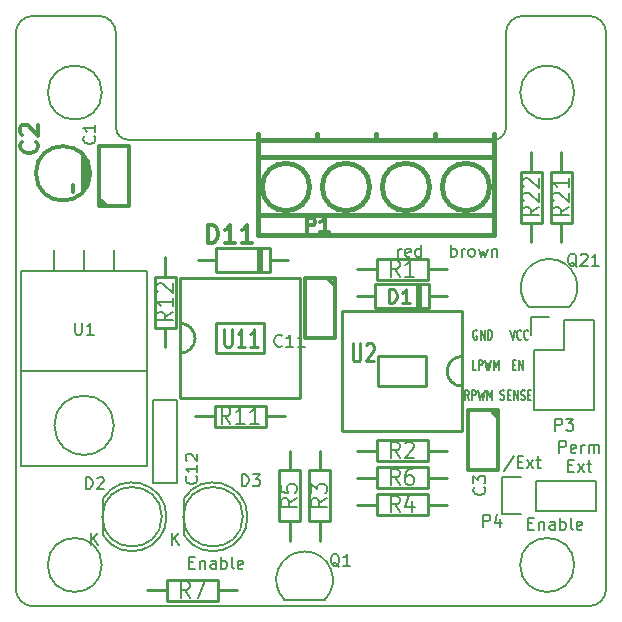
<source format=gto>
G04 #@! TF.FileFunction,Legend,Top*
%FSLAX46Y46*%
G04 Gerber Fmt 4.6, Leading zero omitted, Abs format (unit mm)*
G04 Created by KiCad (PCBNEW 4.0.2+dfsg1-stable) date Di 24 Jul 2018 15:00:46 CEST*
%MOMM*%
G01*
G04 APERTURE LIST*
%ADD10C,0.100000*%
%ADD11C,0.150000*%
%ADD12C,0.200000*%
%ADD13C,0.254000*%
%ADD14C,0.381000*%
%ADD15C,0.304800*%
%ADD16C,0.300000*%
%ADD17C,0.285750*%
%ADD18C,0.287020*%
%ADD19C,0.203200*%
%ADD20C,0.250000*%
G04 APERTURE END LIST*
D10*
D11*
X159518572Y-120504000D02*
X159461429Y-120465905D01*
X159375715Y-120465905D01*
X159290000Y-120504000D01*
X159232858Y-120580190D01*
X159204286Y-120656381D01*
X159175715Y-120808762D01*
X159175715Y-120923048D01*
X159204286Y-121075429D01*
X159232858Y-121151619D01*
X159290000Y-121227810D01*
X159375715Y-121265905D01*
X159432858Y-121265905D01*
X159518572Y-121227810D01*
X159547143Y-121189714D01*
X159547143Y-120923048D01*
X159432858Y-120923048D01*
X159804286Y-121265905D02*
X159804286Y-120465905D01*
X160147143Y-121265905D01*
X160147143Y-120465905D01*
X160432857Y-121265905D02*
X160432857Y-120465905D01*
X160575714Y-120465905D01*
X160661429Y-120504000D01*
X160718571Y-120580190D01*
X160747143Y-120656381D01*
X160775714Y-120808762D01*
X160775714Y-120923048D01*
X160747143Y-121075429D01*
X160718571Y-121151619D01*
X160661429Y-121227810D01*
X160575714Y-121265905D01*
X160432857Y-121265905D01*
X162318572Y-120465905D02*
X162518572Y-121265905D01*
X162718572Y-120465905D01*
X163261429Y-121189714D02*
X163232858Y-121227810D01*
X163147144Y-121265905D01*
X163090001Y-121265905D01*
X163004286Y-121227810D01*
X162947144Y-121151619D01*
X162918572Y-121075429D01*
X162890001Y-120923048D01*
X162890001Y-120808762D01*
X162918572Y-120656381D01*
X162947144Y-120580190D01*
X163004286Y-120504000D01*
X163090001Y-120465905D01*
X163147144Y-120465905D01*
X163232858Y-120504000D01*
X163261429Y-120542095D01*
X163861429Y-121189714D02*
X163832858Y-121227810D01*
X163747144Y-121265905D01*
X163690001Y-121265905D01*
X163604286Y-121227810D01*
X163547144Y-121151619D01*
X163518572Y-121075429D01*
X163490001Y-120923048D01*
X163490001Y-120808762D01*
X163518572Y-120656381D01*
X163547144Y-120580190D01*
X163604286Y-120504000D01*
X163690001Y-120465905D01*
X163747144Y-120465905D01*
X163832858Y-120504000D01*
X163861429Y-120542095D01*
X159447143Y-123805905D02*
X159161429Y-123805905D01*
X159161429Y-123005905D01*
X159647143Y-123805905D02*
X159647143Y-123005905D01*
X159875715Y-123005905D01*
X159932857Y-123044000D01*
X159961429Y-123082095D01*
X159990000Y-123158286D01*
X159990000Y-123272571D01*
X159961429Y-123348762D01*
X159932857Y-123386857D01*
X159875715Y-123424952D01*
X159647143Y-123424952D01*
X160190000Y-123005905D02*
X160332857Y-123805905D01*
X160447143Y-123234476D01*
X160561429Y-123805905D01*
X160704286Y-123005905D01*
X160932857Y-123805905D02*
X160932857Y-123005905D01*
X161132857Y-123577333D01*
X161332857Y-123005905D01*
X161332857Y-123805905D01*
X162532857Y-123386857D02*
X162732857Y-123386857D01*
X162818571Y-123805905D02*
X162532857Y-123805905D01*
X162532857Y-123005905D01*
X162818571Y-123005905D01*
X163075714Y-123805905D02*
X163075714Y-123005905D01*
X163418571Y-123805905D01*
X163418571Y-123005905D01*
X158832857Y-126345905D02*
X158632857Y-125964952D01*
X158490000Y-126345905D02*
X158490000Y-125545905D01*
X158718572Y-125545905D01*
X158775714Y-125584000D01*
X158804286Y-125622095D01*
X158832857Y-125698286D01*
X158832857Y-125812571D01*
X158804286Y-125888762D01*
X158775714Y-125926857D01*
X158718572Y-125964952D01*
X158490000Y-125964952D01*
X159090000Y-126345905D02*
X159090000Y-125545905D01*
X159318572Y-125545905D01*
X159375714Y-125584000D01*
X159404286Y-125622095D01*
X159432857Y-125698286D01*
X159432857Y-125812571D01*
X159404286Y-125888762D01*
X159375714Y-125926857D01*
X159318572Y-125964952D01*
X159090000Y-125964952D01*
X159632857Y-125545905D02*
X159775714Y-126345905D01*
X159890000Y-125774476D01*
X160004286Y-126345905D01*
X160147143Y-125545905D01*
X160375714Y-126345905D02*
X160375714Y-125545905D01*
X160575714Y-126117333D01*
X160775714Y-125545905D01*
X160775714Y-126345905D01*
X161490000Y-126307810D02*
X161575714Y-126345905D01*
X161718571Y-126345905D01*
X161775714Y-126307810D01*
X161804285Y-126269714D01*
X161832857Y-126193524D01*
X161832857Y-126117333D01*
X161804285Y-126041143D01*
X161775714Y-126003048D01*
X161718571Y-125964952D01*
X161604285Y-125926857D01*
X161547143Y-125888762D01*
X161518571Y-125850667D01*
X161490000Y-125774476D01*
X161490000Y-125698286D01*
X161518571Y-125622095D01*
X161547143Y-125584000D01*
X161604285Y-125545905D01*
X161747143Y-125545905D01*
X161832857Y-125584000D01*
X162090000Y-125926857D02*
X162290000Y-125926857D01*
X162375714Y-126345905D02*
X162090000Y-126345905D01*
X162090000Y-125545905D01*
X162375714Y-125545905D01*
X162632857Y-126345905D02*
X162632857Y-125545905D01*
X162975714Y-126345905D01*
X162975714Y-125545905D01*
X163232857Y-126307810D02*
X163318571Y-126345905D01*
X163461428Y-126345905D01*
X163518571Y-126307810D01*
X163547142Y-126269714D01*
X163575714Y-126193524D01*
X163575714Y-126117333D01*
X163547142Y-126041143D01*
X163518571Y-126003048D01*
X163461428Y-125964952D01*
X163347142Y-125926857D01*
X163290000Y-125888762D01*
X163261428Y-125850667D01*
X163232857Y-125774476D01*
X163232857Y-125698286D01*
X163261428Y-125622095D01*
X163290000Y-125584000D01*
X163347142Y-125545905D01*
X163490000Y-125545905D01*
X163575714Y-125584000D01*
X163832857Y-125926857D02*
X164032857Y-125926857D01*
X164118571Y-126345905D02*
X163832857Y-126345905D01*
X163832857Y-125545905D01*
X164118571Y-125545905D01*
D12*
X135152095Y-140136571D02*
X135485429Y-140136571D01*
X135628286Y-140660381D02*
X135152095Y-140660381D01*
X135152095Y-139660381D01*
X135628286Y-139660381D01*
X136056857Y-139993714D02*
X136056857Y-140660381D01*
X136056857Y-140088952D02*
X136104476Y-140041333D01*
X136199714Y-139993714D01*
X136342572Y-139993714D01*
X136437810Y-140041333D01*
X136485429Y-140136571D01*
X136485429Y-140660381D01*
X137390191Y-140660381D02*
X137390191Y-140136571D01*
X137342572Y-140041333D01*
X137247334Y-139993714D01*
X137056857Y-139993714D01*
X136961619Y-140041333D01*
X137390191Y-140612762D02*
X137294953Y-140660381D01*
X137056857Y-140660381D01*
X136961619Y-140612762D01*
X136914000Y-140517524D01*
X136914000Y-140422286D01*
X136961619Y-140327048D01*
X137056857Y-140279429D01*
X137294953Y-140279429D01*
X137390191Y-140231810D01*
X137866381Y-140660381D02*
X137866381Y-139660381D01*
X137866381Y-140041333D02*
X137961619Y-139993714D01*
X138152096Y-139993714D01*
X138247334Y-140041333D01*
X138294953Y-140088952D01*
X138342572Y-140184190D01*
X138342572Y-140469905D01*
X138294953Y-140565143D01*
X138247334Y-140612762D01*
X138152096Y-140660381D01*
X137961619Y-140660381D01*
X137866381Y-140612762D01*
X138914000Y-140660381D02*
X138818762Y-140612762D01*
X138771143Y-140517524D01*
X138771143Y-139660381D01*
X139675906Y-140612762D02*
X139580668Y-140660381D01*
X139390191Y-140660381D01*
X139294953Y-140612762D01*
X139247334Y-140517524D01*
X139247334Y-140136571D01*
X139294953Y-140041333D01*
X139390191Y-139993714D01*
X139580668Y-139993714D01*
X139675906Y-140041333D01*
X139723525Y-140136571D01*
X139723525Y-140231810D01*
X139247334Y-140327048D01*
X157305619Y-114244381D02*
X157305619Y-113244381D01*
X157305619Y-113625333D02*
X157400857Y-113577714D01*
X157591334Y-113577714D01*
X157686572Y-113625333D01*
X157734191Y-113672952D01*
X157781810Y-113768190D01*
X157781810Y-114053905D01*
X157734191Y-114149143D01*
X157686572Y-114196762D01*
X157591334Y-114244381D01*
X157400857Y-114244381D01*
X157305619Y-114196762D01*
X158210381Y-114244381D02*
X158210381Y-113577714D01*
X158210381Y-113768190D02*
X158258000Y-113672952D01*
X158305619Y-113625333D01*
X158400857Y-113577714D01*
X158496096Y-113577714D01*
X158972286Y-114244381D02*
X158877048Y-114196762D01*
X158829429Y-114149143D01*
X158781810Y-114053905D01*
X158781810Y-113768190D01*
X158829429Y-113672952D01*
X158877048Y-113625333D01*
X158972286Y-113577714D01*
X159115144Y-113577714D01*
X159210382Y-113625333D01*
X159258001Y-113672952D01*
X159305620Y-113768190D01*
X159305620Y-114053905D01*
X159258001Y-114149143D01*
X159210382Y-114196762D01*
X159115144Y-114244381D01*
X158972286Y-114244381D01*
X159638953Y-113577714D02*
X159829429Y-114244381D01*
X160019906Y-113768190D01*
X160210382Y-114244381D01*
X160400858Y-113577714D01*
X160781810Y-113577714D02*
X160781810Y-114244381D01*
X160781810Y-113672952D02*
X160829429Y-113625333D01*
X160924667Y-113577714D01*
X161067525Y-113577714D01*
X161162763Y-113625333D01*
X161210382Y-113720571D01*
X161210382Y-114244381D01*
X162607714Y-131103762D02*
X161750571Y-132389476D01*
X162941047Y-131627571D02*
X163274381Y-131627571D01*
X163417238Y-132151381D02*
X162941047Y-132151381D01*
X162941047Y-131151381D01*
X163417238Y-131151381D01*
X163750571Y-132151381D02*
X164274381Y-131484714D01*
X163750571Y-131484714D02*
X164274381Y-132151381D01*
X164512476Y-131484714D02*
X164893428Y-131484714D01*
X164655333Y-131151381D02*
X164655333Y-132008524D01*
X164702952Y-132103762D01*
X164798190Y-132151381D01*
X164893428Y-132151381D01*
X166481333Y-130843381D02*
X166481333Y-129843381D01*
X166862286Y-129843381D01*
X166957524Y-129891000D01*
X167005143Y-129938619D01*
X167052762Y-130033857D01*
X167052762Y-130176714D01*
X167005143Y-130271952D01*
X166957524Y-130319571D01*
X166862286Y-130367190D01*
X166481333Y-130367190D01*
X167862286Y-130795762D02*
X167767048Y-130843381D01*
X167576571Y-130843381D01*
X167481333Y-130795762D01*
X167433714Y-130700524D01*
X167433714Y-130319571D01*
X167481333Y-130224333D01*
X167576571Y-130176714D01*
X167767048Y-130176714D01*
X167862286Y-130224333D01*
X167909905Y-130319571D01*
X167909905Y-130414810D01*
X167433714Y-130510048D01*
X168338476Y-130843381D02*
X168338476Y-130176714D01*
X168338476Y-130367190D02*
X168386095Y-130271952D01*
X168433714Y-130224333D01*
X168528952Y-130176714D01*
X168624191Y-130176714D01*
X168957524Y-130843381D02*
X168957524Y-130176714D01*
X168957524Y-130271952D02*
X169005143Y-130224333D01*
X169100381Y-130176714D01*
X169243239Y-130176714D01*
X169338477Y-130224333D01*
X169386096Y-130319571D01*
X169386096Y-130843381D01*
X169386096Y-130319571D02*
X169433715Y-130224333D01*
X169528953Y-130176714D01*
X169671810Y-130176714D01*
X169767048Y-130224333D01*
X169814667Y-130319571D01*
X169814667Y-130843381D01*
X167243238Y-131919571D02*
X167576572Y-131919571D01*
X167719429Y-132443381D02*
X167243238Y-132443381D01*
X167243238Y-131443381D01*
X167719429Y-131443381D01*
X168052762Y-132443381D02*
X168576572Y-131776714D01*
X168052762Y-131776714D02*
X168576572Y-132443381D01*
X168814667Y-131776714D02*
X169195619Y-131776714D01*
X168957524Y-131443381D02*
X168957524Y-132300524D01*
X169005143Y-132395762D01*
X169100381Y-132443381D01*
X169195619Y-132443381D01*
X163854095Y-136834571D02*
X164187429Y-136834571D01*
X164330286Y-137358381D02*
X163854095Y-137358381D01*
X163854095Y-136358381D01*
X164330286Y-136358381D01*
X164758857Y-136691714D02*
X164758857Y-137358381D01*
X164758857Y-136786952D02*
X164806476Y-136739333D01*
X164901714Y-136691714D01*
X165044572Y-136691714D01*
X165139810Y-136739333D01*
X165187429Y-136834571D01*
X165187429Y-137358381D01*
X166092191Y-137358381D02*
X166092191Y-136834571D01*
X166044572Y-136739333D01*
X165949334Y-136691714D01*
X165758857Y-136691714D01*
X165663619Y-136739333D01*
X166092191Y-137310762D02*
X165996953Y-137358381D01*
X165758857Y-137358381D01*
X165663619Y-137310762D01*
X165616000Y-137215524D01*
X165616000Y-137120286D01*
X165663619Y-137025048D01*
X165758857Y-136977429D01*
X165996953Y-136977429D01*
X166092191Y-136929810D01*
X166568381Y-137358381D02*
X166568381Y-136358381D01*
X166568381Y-136739333D02*
X166663619Y-136691714D01*
X166854096Y-136691714D01*
X166949334Y-136739333D01*
X166996953Y-136786952D01*
X167044572Y-136882190D01*
X167044572Y-137167905D01*
X166996953Y-137263143D01*
X166949334Y-137310762D01*
X166854096Y-137358381D01*
X166663619Y-137358381D01*
X166568381Y-137310762D01*
X167616000Y-137358381D02*
X167520762Y-137310762D01*
X167473143Y-137215524D01*
X167473143Y-136358381D01*
X168377906Y-137310762D02*
X168282668Y-137358381D01*
X168092191Y-137358381D01*
X167996953Y-137310762D01*
X167949334Y-137215524D01*
X167949334Y-136834571D01*
X167996953Y-136739333D01*
X168092191Y-136691714D01*
X168282668Y-136691714D01*
X168377906Y-136739333D01*
X168425525Y-136834571D01*
X168425525Y-136929810D01*
X167949334Y-137025048D01*
X152844619Y-114244381D02*
X152844619Y-113577714D01*
X152844619Y-113768190D02*
X152892238Y-113672952D01*
X152939857Y-113625333D01*
X153035095Y-113577714D01*
X153130334Y-113577714D01*
X153844620Y-114196762D02*
X153749382Y-114244381D01*
X153558905Y-114244381D01*
X153463667Y-114196762D01*
X153416048Y-114101524D01*
X153416048Y-113720571D01*
X153463667Y-113625333D01*
X153558905Y-113577714D01*
X153749382Y-113577714D01*
X153844620Y-113625333D01*
X153892239Y-113720571D01*
X153892239Y-113815810D01*
X153416048Y-113911048D01*
X154749382Y-114244381D02*
X154749382Y-113244381D01*
X154749382Y-114196762D02*
X154654144Y-114244381D01*
X154463667Y-114244381D01*
X154368429Y-114196762D01*
X154320810Y-114149143D01*
X154273191Y-114053905D01*
X154273191Y-113768190D01*
X154320810Y-113672952D01*
X154368429Y-113625333D01*
X154463667Y-113577714D01*
X154654144Y-113577714D01*
X154749382Y-113625333D01*
D11*
X161950000Y-95350000D02*
X161950000Y-103350000D01*
X168950000Y-93850000D02*
X163450000Y-93850000D01*
X127450000Y-93850000D02*
X121950000Y-93850000D01*
X128950000Y-103350000D02*
X128950000Y-95350000D01*
X160950000Y-104350000D02*
X129950000Y-104350000D01*
X160950000Y-104350000D02*
G75*
G03X161950000Y-103350000I0J1000000D01*
G01*
X128950000Y-103350000D02*
G75*
G03X129950000Y-104350000I1000000J0D01*
G01*
X128950000Y-95350000D02*
G75*
G03X127450000Y-93850000I-1500000J0D01*
G01*
X163450000Y-93850000D02*
G75*
G03X161950000Y-95350000I0J-1500000D01*
G01*
X120450000Y-95350000D02*
X120450000Y-142350000D01*
X170450000Y-142350000D02*
X170450000Y-95350000D01*
X120450000Y-142350000D02*
G75*
G03X121950000Y-143850000I1500000J0D01*
G01*
X168950000Y-143850000D02*
G75*
G03X170450000Y-142350000I0J1500000D01*
G01*
X121950000Y-93850000D02*
G75*
G03X120450000Y-95350000I0J-1500000D01*
G01*
X170450000Y-95350000D02*
G75*
G03X168950000Y-93850000I-1500000J0D01*
G01*
X168950000Y-143850000D02*
X121950000Y-143850000D01*
D13*
X151130000Y-122682000D02*
X155194000Y-122682000D01*
X155194000Y-125222000D02*
X151130000Y-125222000D01*
X148082000Y-118872000D02*
X158242000Y-118872000D01*
X148082000Y-129032000D02*
X158242000Y-129032000D01*
X156972000Y-123952000D02*
G75*
G03X158242000Y-125222000I1270000J0D01*
G01*
X158242000Y-122682000D02*
G75*
G03X156972000Y-123952000I0J-1270000D01*
G01*
X155194000Y-125222000D02*
X155194000Y-122682000D01*
X151130000Y-122682000D02*
X151130000Y-125222000D01*
X148082000Y-129032000D02*
X148082000Y-118872000D01*
X158242000Y-118872000D02*
X158242000Y-129032000D01*
D14*
X145950000Y-104350000D02*
X145950000Y-103850000D01*
X145330000Y-108350000D02*
G75*
G03X145330000Y-108350000I-2000000J0D01*
G01*
X150410000Y-108350000D02*
G75*
G03X150410000Y-108350000I-2000000J0D01*
G01*
X150950000Y-104350000D02*
X150950000Y-103850000D01*
X155950000Y-104350000D02*
X155950000Y-103850000D01*
X155490000Y-108350000D02*
G75*
G03X155490000Y-108350000I-2000000J0D01*
G01*
X160570000Y-108350000D02*
G75*
G03X160570000Y-108350000I-2000000J0D01*
G01*
X160950000Y-105850000D02*
X140950000Y-105850000D01*
X160950000Y-110750000D02*
X140950000Y-110750000D01*
X160950000Y-104350000D02*
X140950000Y-104350000D01*
X140950000Y-103850000D02*
X140950000Y-112450000D01*
X140950000Y-112450000D02*
X160950000Y-112450000D01*
X160950000Y-112450000D02*
X160950000Y-103850000D01*
D11*
X127736000Y-140350000D02*
G75*
G03X127736000Y-140350000I-2286000J0D01*
G01*
X167736000Y-140350000D02*
G75*
G03X167736000Y-140350000I-2286000J0D01*
G01*
X127736000Y-100350000D02*
G75*
G03X127736000Y-100350000I-2286000J0D01*
G01*
X167736000Y-100350000D02*
G75*
G03X167736000Y-100350000I-2286000J0D01*
G01*
D15*
X127508000Y-109931200D02*
X127508000Y-104902000D01*
X127508000Y-104902000D02*
X130048000Y-104902000D01*
X130048000Y-104902000D02*
X130048000Y-109982000D01*
X130048000Y-109982000D02*
X127508000Y-109982000D01*
X128143000Y-109982000D02*
X127508000Y-109347000D01*
X161290000Y-127304800D02*
X161290000Y-132334000D01*
X161290000Y-132334000D02*
X158750000Y-132334000D01*
X158750000Y-132334000D02*
X158750000Y-127254000D01*
X158750000Y-127254000D02*
X161290000Y-127254000D01*
X160655000Y-127254000D02*
X161290000Y-127889000D01*
X126560000Y-106488000D02*
X126560000Y-107888000D01*
X126360000Y-105988000D02*
X126360000Y-108388000D01*
X126160000Y-105688000D02*
X126160000Y-108688000D01*
D16*
X125260000Y-108188000D02*
X125260000Y-108788000D01*
D15*
X126760000Y-107188000D02*
G75*
G03X126760000Y-107188000I-2300000J0D01*
G01*
D13*
X154686000Y-118618000D02*
X154686000Y-116586000D01*
X154432000Y-116586000D02*
X154432000Y-118618000D01*
X156972000Y-117602000D02*
X155448000Y-117602000D01*
X150876000Y-117602000D02*
X149352000Y-117602000D01*
X150876000Y-116586000D02*
X155448000Y-116586000D01*
X155448000Y-116586000D02*
X155448000Y-118618000D01*
X155448000Y-118618000D02*
X150876000Y-118618000D01*
X150876000Y-118618000D02*
X150876000Y-116586000D01*
D11*
X164338000Y-122174000D02*
X164338000Y-127254000D01*
X164058000Y-119354000D02*
X165608000Y-119354000D01*
X166878000Y-119634000D02*
X166878000Y-122174000D01*
X166878000Y-122174000D02*
X164338000Y-122174000D01*
X164338000Y-127254000D02*
X169418000Y-127254000D01*
X169418000Y-127254000D02*
X169418000Y-122174000D01*
X164058000Y-119354000D02*
X164058000Y-120904000D01*
X169418000Y-119634000D02*
X166878000Y-119634000D01*
X169418000Y-122174000D02*
X169418000Y-119634000D01*
X164465000Y-135763000D02*
X169545000Y-135763000D01*
X169545000Y-135763000D02*
X169545000Y-133223000D01*
X169545000Y-133223000D02*
X164465000Y-133223000D01*
X161645000Y-132943000D02*
X163195000Y-132943000D01*
X164465000Y-133223000D02*
X164465000Y-135763000D01*
X163195000Y-136043000D02*
X161645000Y-136043000D01*
X161645000Y-136043000D02*
X161645000Y-132943000D01*
X143207000Y-143305000D02*
X146607000Y-143305000D01*
X143209944Y-143302056D02*
G75*
G02X144907000Y-139205000I1697056J1697056D01*
G01*
X146604056Y-143302056D02*
G75*
G03X144907000Y-139205000I-1697056J1697056D01*
G01*
D13*
X146177000Y-132334000D02*
X146177000Y-130683000D01*
X146177000Y-136652000D02*
X146177000Y-138303000D01*
X145288000Y-136652000D02*
X147066000Y-136652000D01*
X147066000Y-136652000D02*
X147066000Y-132334000D01*
X147066000Y-132334000D02*
X145288000Y-132334000D01*
X145288000Y-132334000D02*
X145288000Y-136652000D01*
X151003000Y-135255000D02*
X149352000Y-135255000D01*
X155321000Y-135255000D02*
X156972000Y-135255000D01*
X155321000Y-136144000D02*
X155321000Y-134366000D01*
X155321000Y-134366000D02*
X151003000Y-134366000D01*
X151003000Y-134366000D02*
X151003000Y-136144000D01*
X151003000Y-136144000D02*
X155321000Y-136144000D01*
X151003000Y-130683000D02*
X149352000Y-130683000D01*
X155321000Y-130683000D02*
X156972000Y-130683000D01*
X155321000Y-131572000D02*
X155321000Y-129794000D01*
X155321000Y-129794000D02*
X151003000Y-129794000D01*
X151003000Y-129794000D02*
X151003000Y-131572000D01*
X151003000Y-131572000D02*
X155321000Y-131572000D01*
X151003000Y-132969000D02*
X149352000Y-132969000D01*
X155321000Y-132969000D02*
X156972000Y-132969000D01*
X155321000Y-133858000D02*
X155321000Y-132080000D01*
X155321000Y-132080000D02*
X151003000Y-132080000D01*
X151003000Y-132080000D02*
X151003000Y-133858000D01*
X151003000Y-133858000D02*
X155321000Y-133858000D01*
D11*
X128752472Y-128524000D02*
G75*
G03X128752472Y-128524000I-2514472J0D01*
G01*
X128778000Y-115443000D02*
X128778000Y-113665000D01*
X126238000Y-115443000D02*
X126238000Y-113665000D01*
X123698000Y-115443000D02*
X123698000Y-113665000D01*
X120904000Y-123952000D02*
X120904000Y-131953000D01*
X120904000Y-131953000D02*
X131572000Y-131953000D01*
X131572000Y-131953000D02*
X131572000Y-123952000D01*
X120904000Y-115443000D02*
X120904000Y-123952000D01*
X120904000Y-123952000D02*
X131572000Y-123952000D01*
X131572000Y-123952000D02*
X131572000Y-115443000D01*
X126238000Y-115443000D02*
X131572000Y-115443000D01*
X126238000Y-115443000D02*
X120904000Y-115443000D01*
X127817112Y-137795904D02*
G75*
G03X127802000Y-134771000I2484888J1524904D01*
G01*
X127802000Y-137771000D02*
X127802000Y-134771000D01*
X132819936Y-136271000D02*
G75*
G03X132819936Y-136271000I-2517936J0D01*
G01*
D13*
X137541000Y-142494000D02*
X139192000Y-142494000D01*
X133223000Y-142494000D02*
X131572000Y-142494000D01*
X133223000Y-141605000D02*
X133223000Y-143383000D01*
X133223000Y-143383000D02*
X137541000Y-143383000D01*
X137541000Y-143383000D02*
X137541000Y-141605000D01*
X137541000Y-141605000D02*
X133223000Y-141605000D01*
X151003000Y-115316000D02*
X149352000Y-115316000D01*
X155321000Y-115316000D02*
X156972000Y-115316000D01*
X155321000Y-116205000D02*
X155321000Y-114427000D01*
X155321000Y-114427000D02*
X151003000Y-114427000D01*
X151003000Y-114427000D02*
X151003000Y-116205000D01*
X151003000Y-116205000D02*
X155321000Y-116205000D01*
D15*
X147447000Y-116128800D02*
X147447000Y-121158000D01*
X147447000Y-121158000D02*
X144907000Y-121158000D01*
X144907000Y-121158000D02*
X144907000Y-116078000D01*
X144907000Y-116078000D02*
X147447000Y-116078000D01*
X146812000Y-116078000D02*
X147447000Y-116713000D01*
D13*
X133096000Y-115951000D02*
X133096000Y-114300000D01*
X133096000Y-120269000D02*
X133096000Y-121920000D01*
X132207000Y-120269000D02*
X133985000Y-120269000D01*
X133985000Y-120269000D02*
X133985000Y-115951000D01*
X133985000Y-115951000D02*
X132207000Y-115951000D01*
X132207000Y-115951000D02*
X132207000Y-120269000D01*
D11*
X134675112Y-137795904D02*
G75*
G03X134660000Y-134771000I2484888J1524904D01*
G01*
X134660000Y-137771000D02*
X134660000Y-134771000D01*
X139677936Y-136271000D02*
G75*
G03X139677936Y-136271000I-2517936J0D01*
G01*
D13*
X141224000Y-115570000D02*
X141224000Y-113538000D01*
X140970000Y-113538000D02*
X140970000Y-115570000D01*
X143510000Y-114554000D02*
X141986000Y-114554000D01*
X137414000Y-114554000D02*
X135890000Y-114554000D01*
X137414000Y-113538000D02*
X141986000Y-113538000D01*
X141986000Y-113538000D02*
X141986000Y-115570000D01*
X141986000Y-115570000D02*
X137414000Y-115570000D01*
X137414000Y-115570000D02*
X137414000Y-113538000D01*
X137287000Y-127762000D02*
X135636000Y-127762000D01*
X141605000Y-127762000D02*
X143256000Y-127762000D01*
X141605000Y-128651000D02*
X141605000Y-126873000D01*
X141605000Y-126873000D02*
X137287000Y-126873000D01*
X137287000Y-126873000D02*
X137287000Y-128651000D01*
X137287000Y-128651000D02*
X141605000Y-128651000D01*
X141478000Y-122428000D02*
X137414000Y-122428000D01*
X137414000Y-119888000D02*
X141478000Y-119888000D01*
X144526000Y-126238000D02*
X134366000Y-126238000D01*
X144526000Y-116078000D02*
X134366000Y-116078000D01*
X135636000Y-121158000D02*
G75*
G03X134366000Y-119888000I-1270000J0D01*
G01*
X134366000Y-122428000D02*
G75*
G03X135636000Y-121158000I0J1270000D01*
G01*
X137414000Y-119888000D02*
X137414000Y-122428000D01*
X141478000Y-122428000D02*
X141478000Y-119888000D01*
X144526000Y-116078000D02*
X144526000Y-126238000D01*
X134366000Y-126238000D02*
X134366000Y-116078000D01*
D11*
X134096000Y-126381000D02*
X134096000Y-133381000D01*
X134096000Y-133381000D02*
X132096000Y-133381000D01*
X132096000Y-133381000D02*
X132096000Y-126381000D01*
X132096000Y-126381000D02*
X134096000Y-126381000D01*
X163908000Y-118540000D02*
X167308000Y-118540000D01*
X163910944Y-118537056D02*
G75*
G02X165608000Y-114440000I1697056J1697056D01*
G01*
X167305056Y-118537056D02*
G75*
G03X165608000Y-114440000I-1697056J1697056D01*
G01*
D13*
X166624000Y-107061000D02*
X166624000Y-105410000D01*
X166624000Y-111379000D02*
X166624000Y-113030000D01*
X165735000Y-111379000D02*
X167513000Y-111379000D01*
X167513000Y-111379000D02*
X167513000Y-107061000D01*
X167513000Y-107061000D02*
X165735000Y-107061000D01*
X165735000Y-107061000D02*
X165735000Y-111379000D01*
X164084000Y-111379000D02*
X164084000Y-113030000D01*
X164084000Y-107061000D02*
X164084000Y-105410000D01*
X164973000Y-107061000D02*
X163195000Y-107061000D01*
X163195000Y-107061000D02*
X163195000Y-111379000D01*
X163195000Y-111379000D02*
X164973000Y-111379000D01*
X164973000Y-111379000D02*
X164973000Y-107061000D01*
X143637000Y-136652000D02*
X143637000Y-138303000D01*
X143637000Y-132334000D02*
X143637000Y-130683000D01*
X144526000Y-132334000D02*
X142748000Y-132334000D01*
X142748000Y-132334000D02*
X142748000Y-136652000D01*
X142748000Y-136652000D02*
X144526000Y-136652000D01*
X144526000Y-136652000D02*
X144526000Y-132334000D01*
D17*
X148989143Y-121593429D02*
X148989143Y-122827143D01*
X149043571Y-122972286D01*
X149098000Y-123044857D01*
X149206857Y-123117429D01*
X149424571Y-123117429D01*
X149533429Y-123044857D01*
X149587857Y-122972286D01*
X149642286Y-122827143D01*
X149642286Y-121593429D01*
X150132143Y-121738571D02*
X150186572Y-121666000D01*
X150295429Y-121593429D01*
X150567572Y-121593429D01*
X150676429Y-121666000D01*
X150730858Y-121738571D01*
X150785286Y-121883714D01*
X150785286Y-122028857D01*
X150730858Y-122246571D01*
X150077715Y-123117429D01*
X150785286Y-123117429D01*
D18*
D16*
X145111286Y-112167857D02*
X145111286Y-110967857D01*
X145568429Y-110967857D01*
X145682715Y-111025000D01*
X145739858Y-111082143D01*
X145797001Y-111196429D01*
X145797001Y-111367857D01*
X145739858Y-111482143D01*
X145682715Y-111539286D01*
X145568429Y-111596429D01*
X145111286Y-111596429D01*
X146939858Y-112167857D02*
X146254143Y-112167857D01*
X146597001Y-112167857D02*
X146597001Y-110967857D01*
X146482715Y-111139286D01*
X146368429Y-111253571D01*
X146254143Y-111310714D01*
D19*
X127108857Y-104055333D02*
X127157238Y-104103714D01*
X127205619Y-104248857D01*
X127205619Y-104345619D01*
X127157238Y-104490761D01*
X127060476Y-104587523D01*
X126963714Y-104635904D01*
X126770190Y-104684285D01*
X126625048Y-104684285D01*
X126431524Y-104635904D01*
X126334762Y-104587523D01*
X126238000Y-104490761D01*
X126189619Y-104345619D01*
X126189619Y-104248857D01*
X126238000Y-104103714D01*
X126286381Y-104055333D01*
X127205619Y-103087714D02*
X127205619Y-103668285D01*
X127205619Y-103377999D02*
X126189619Y-103377999D01*
X126334762Y-103474761D01*
X126431524Y-103571523D01*
X126479905Y-103668285D01*
X160128857Y-133773333D02*
X160177238Y-133821714D01*
X160225619Y-133966857D01*
X160225619Y-134063619D01*
X160177238Y-134208761D01*
X160080476Y-134305523D01*
X159983714Y-134353904D01*
X159790190Y-134402285D01*
X159645048Y-134402285D01*
X159451524Y-134353904D01*
X159354762Y-134305523D01*
X159258000Y-134208761D01*
X159209619Y-134063619D01*
X159209619Y-133966857D01*
X159258000Y-133821714D01*
X159306381Y-133773333D01*
X159209619Y-133434666D02*
X159209619Y-132805714D01*
X159596667Y-133144380D01*
X159596667Y-132999238D01*
X159645048Y-132902476D01*
X159693429Y-132854095D01*
X159790190Y-132805714D01*
X160032095Y-132805714D01*
X160128857Y-132854095D01*
X160177238Y-132902476D01*
X160225619Y-132999238D01*
X160225619Y-133289523D01*
X160177238Y-133386285D01*
X160128857Y-133434666D01*
D15*
X122210286Y-104521000D02*
X122282857Y-104593571D01*
X122355429Y-104811285D01*
X122355429Y-104956428D01*
X122282857Y-105174143D01*
X122137714Y-105319285D01*
X121992571Y-105391857D01*
X121702286Y-105464428D01*
X121484571Y-105464428D01*
X121194286Y-105391857D01*
X121049143Y-105319285D01*
X120904000Y-105174143D01*
X120831429Y-104956428D01*
X120831429Y-104811285D01*
X120904000Y-104593571D01*
X120976571Y-104521000D01*
X120976571Y-103940428D02*
X120904000Y-103867857D01*
X120831429Y-103722714D01*
X120831429Y-103359857D01*
X120904000Y-103214714D01*
X120976571Y-103142143D01*
X121121714Y-103069571D01*
X121266857Y-103069571D01*
X121484571Y-103142143D01*
X122355429Y-104013000D01*
X122355429Y-103069571D01*
D20*
X152022286Y-118144857D02*
X152022286Y-116944857D01*
X152308001Y-116944857D01*
X152479429Y-117002000D01*
X152593715Y-117116286D01*
X152650858Y-117230571D01*
X152708001Y-117459143D01*
X152708001Y-117630571D01*
X152650858Y-117859143D01*
X152593715Y-117973429D01*
X152479429Y-118087714D01*
X152308001Y-118144857D01*
X152022286Y-118144857D01*
X153850858Y-118144857D02*
X153165143Y-118144857D01*
X153508001Y-118144857D02*
X153508001Y-116944857D01*
X153393715Y-117116286D01*
X153279429Y-117230571D01*
X153165143Y-117287714D01*
D11*
X166139905Y-128976381D02*
X166139905Y-127976381D01*
X166520858Y-127976381D01*
X166616096Y-128024000D01*
X166663715Y-128071619D01*
X166711334Y-128166857D01*
X166711334Y-128309714D01*
X166663715Y-128404952D01*
X166616096Y-128452571D01*
X166520858Y-128500190D01*
X166139905Y-128500190D01*
X167044667Y-127976381D02*
X167663715Y-127976381D01*
X167330381Y-128357333D01*
X167473239Y-128357333D01*
X167568477Y-128404952D01*
X167616096Y-128452571D01*
X167663715Y-128547810D01*
X167663715Y-128785905D01*
X167616096Y-128881143D01*
X167568477Y-128928762D01*
X167473239Y-128976381D01*
X167187524Y-128976381D01*
X167092286Y-128928762D01*
X167044667Y-128881143D01*
X160043905Y-137104381D02*
X160043905Y-136104381D01*
X160424858Y-136104381D01*
X160520096Y-136152000D01*
X160567715Y-136199619D01*
X160615334Y-136294857D01*
X160615334Y-136437714D01*
X160567715Y-136532952D01*
X160520096Y-136580571D01*
X160424858Y-136628190D01*
X160043905Y-136628190D01*
X161472477Y-136437714D02*
X161472477Y-137104381D01*
X161234381Y-136056762D02*
X160996286Y-136771048D01*
X161615334Y-136771048D01*
X147859762Y-140501619D02*
X147764524Y-140454000D01*
X147669286Y-140358762D01*
X147526429Y-140215905D01*
X147431190Y-140168286D01*
X147335952Y-140168286D01*
X147383571Y-140406381D02*
X147288333Y-140358762D01*
X147193095Y-140263524D01*
X147145476Y-140073048D01*
X147145476Y-139739714D01*
X147193095Y-139549238D01*
X147288333Y-139454000D01*
X147383571Y-139406381D01*
X147574048Y-139406381D01*
X147669286Y-139454000D01*
X147764524Y-139549238D01*
X147812143Y-139739714D01*
X147812143Y-140073048D01*
X147764524Y-140263524D01*
X147669286Y-140358762D01*
X147574048Y-140406381D01*
X147383571Y-140406381D01*
X148764524Y-140406381D02*
X148193095Y-140406381D01*
X148478809Y-140406381D02*
X148478809Y-139406381D01*
X148383571Y-139549238D01*
X148288333Y-139644476D01*
X148193095Y-139692095D01*
D19*
X146808976Y-134704667D02*
X146143738Y-135128000D01*
X146808976Y-135430381D02*
X145411976Y-135430381D01*
X145411976Y-134946572D01*
X145478500Y-134825619D01*
X145545024Y-134765143D01*
X145678071Y-134704667D01*
X145877643Y-134704667D01*
X146010690Y-134765143D01*
X146077214Y-134825619D01*
X146143738Y-134946572D01*
X146143738Y-135430381D01*
X145411976Y-134281333D02*
X145411976Y-133495143D01*
X145944167Y-133918476D01*
X145944167Y-133737048D01*
X146010690Y-133616095D01*
X146077214Y-133555619D01*
X146210262Y-133495143D01*
X146542881Y-133495143D01*
X146675929Y-133555619D01*
X146742452Y-133616095D01*
X146808976Y-133737048D01*
X146808976Y-134099905D01*
X146742452Y-134220857D01*
X146675929Y-134281333D01*
X152950333Y-135886976D02*
X152527000Y-135221738D01*
X152224619Y-135886976D02*
X152224619Y-134489976D01*
X152708428Y-134489976D01*
X152829381Y-134556500D01*
X152889857Y-134623024D01*
X152950333Y-134756071D01*
X152950333Y-134955643D01*
X152889857Y-135088690D01*
X152829381Y-135155214D01*
X152708428Y-135221738D01*
X152224619Y-135221738D01*
X154038905Y-134955643D02*
X154038905Y-135886976D01*
X153736524Y-134423452D02*
X153434143Y-135421310D01*
X154220333Y-135421310D01*
X152950333Y-131314976D02*
X152527000Y-130649738D01*
X152224619Y-131314976D02*
X152224619Y-129917976D01*
X152708428Y-129917976D01*
X152829381Y-129984500D01*
X152889857Y-130051024D01*
X152950333Y-130184071D01*
X152950333Y-130383643D01*
X152889857Y-130516690D01*
X152829381Y-130583214D01*
X152708428Y-130649738D01*
X152224619Y-130649738D01*
X153434143Y-130051024D02*
X153494619Y-129984500D01*
X153615571Y-129917976D01*
X153917952Y-129917976D01*
X154038905Y-129984500D01*
X154099381Y-130051024D01*
X154159857Y-130184071D01*
X154159857Y-130317119D01*
X154099381Y-130516690D01*
X153373667Y-131314976D01*
X154159857Y-131314976D01*
X152950333Y-133600976D02*
X152527000Y-132935738D01*
X152224619Y-133600976D02*
X152224619Y-132203976D01*
X152708428Y-132203976D01*
X152829381Y-132270500D01*
X152889857Y-132337024D01*
X152950333Y-132470071D01*
X152950333Y-132669643D01*
X152889857Y-132802690D01*
X152829381Y-132869214D01*
X152708428Y-132935738D01*
X152224619Y-132935738D01*
X154038905Y-132203976D02*
X153797000Y-132203976D01*
X153676048Y-132270500D01*
X153615571Y-132337024D01*
X153494619Y-132536595D01*
X153434143Y-132802690D01*
X153434143Y-133334881D01*
X153494619Y-133467929D01*
X153555095Y-133534452D01*
X153676048Y-133600976D01*
X153917952Y-133600976D01*
X154038905Y-133534452D01*
X154099381Y-133467929D01*
X154159857Y-133334881D01*
X154159857Y-133002262D01*
X154099381Y-132869214D01*
X154038905Y-132802690D01*
X153917952Y-132736167D01*
X153676048Y-132736167D01*
X153555095Y-132802690D01*
X153494619Y-132869214D01*
X153434143Y-133002262D01*
D11*
X125476095Y-119848381D02*
X125476095Y-120657905D01*
X125523714Y-120753143D01*
X125571333Y-120800762D01*
X125666571Y-120848381D01*
X125857048Y-120848381D01*
X125952286Y-120800762D01*
X125999905Y-120753143D01*
X126047524Y-120657905D01*
X126047524Y-119848381D01*
X127047524Y-120848381D02*
X126476095Y-120848381D01*
X126761809Y-120848381D02*
X126761809Y-119848381D01*
X126666571Y-119991238D01*
X126571333Y-120086476D01*
X126476095Y-120134095D01*
X126388905Y-133929381D02*
X126388905Y-132929381D01*
X126627000Y-132929381D01*
X126769858Y-132977000D01*
X126865096Y-133072238D01*
X126912715Y-133167476D01*
X126960334Y-133357952D01*
X126960334Y-133500810D01*
X126912715Y-133691286D01*
X126865096Y-133786524D01*
X126769858Y-133881762D01*
X126627000Y-133929381D01*
X126388905Y-133929381D01*
X127341286Y-133024619D02*
X127388905Y-132977000D01*
X127484143Y-132929381D01*
X127722239Y-132929381D01*
X127817477Y-132977000D01*
X127865096Y-133024619D01*
X127912715Y-133119857D01*
X127912715Y-133215095D01*
X127865096Y-133357952D01*
X127293667Y-133929381D01*
X127912715Y-133929381D01*
X126865095Y-138628381D02*
X126865095Y-137628381D01*
X127436524Y-138628381D02*
X127007952Y-138056952D01*
X127436524Y-137628381D02*
X126865095Y-138199810D01*
D19*
X135170333Y-143125976D02*
X134747000Y-142460738D01*
X134444619Y-143125976D02*
X134444619Y-141728976D01*
X134928428Y-141728976D01*
X135049381Y-141795500D01*
X135109857Y-141862024D01*
X135170333Y-141995071D01*
X135170333Y-142194643D01*
X135109857Y-142327690D01*
X135049381Y-142394214D01*
X134928428Y-142460738D01*
X134444619Y-142460738D01*
X135593667Y-141728976D02*
X136440333Y-141728976D01*
X135896048Y-143125976D01*
X152950333Y-115947976D02*
X152527000Y-115282738D01*
X152224619Y-115947976D02*
X152224619Y-114550976D01*
X152708428Y-114550976D01*
X152829381Y-114617500D01*
X152889857Y-114684024D01*
X152950333Y-114817071D01*
X152950333Y-115016643D01*
X152889857Y-115149690D01*
X152829381Y-115216214D01*
X152708428Y-115282738D01*
X152224619Y-115282738D01*
X154159857Y-115947976D02*
X153434143Y-115947976D01*
X153797000Y-115947976D02*
X153797000Y-114550976D01*
X153676048Y-114750548D01*
X153555095Y-114883595D01*
X153434143Y-114950119D01*
X142983857Y-121774857D02*
X142935476Y-121823238D01*
X142790333Y-121871619D01*
X142693571Y-121871619D01*
X142548429Y-121823238D01*
X142451667Y-121726476D01*
X142403286Y-121629714D01*
X142354905Y-121436190D01*
X142354905Y-121291048D01*
X142403286Y-121097524D01*
X142451667Y-121000762D01*
X142548429Y-120904000D01*
X142693571Y-120855619D01*
X142790333Y-120855619D01*
X142935476Y-120904000D01*
X142983857Y-120952381D01*
X143951476Y-121871619D02*
X143370905Y-121871619D01*
X143661191Y-121871619D02*
X143661191Y-120855619D01*
X143564429Y-121000762D01*
X143467667Y-121097524D01*
X143370905Y-121145905D01*
X144919095Y-121871619D02*
X144338524Y-121871619D01*
X144628810Y-121871619D02*
X144628810Y-120855619D01*
X144532048Y-121000762D01*
X144435286Y-121097524D01*
X144338524Y-121145905D01*
X133727976Y-118926429D02*
X133062738Y-119349762D01*
X133727976Y-119652143D02*
X132330976Y-119652143D01*
X132330976Y-119168334D01*
X132397500Y-119047381D01*
X132464024Y-118986905D01*
X132597071Y-118926429D01*
X132796643Y-118926429D01*
X132929690Y-118986905D01*
X132996214Y-119047381D01*
X133062738Y-119168334D01*
X133062738Y-119652143D01*
X133727976Y-117716905D02*
X133727976Y-118442619D01*
X133727976Y-118079762D02*
X132330976Y-118079762D01*
X132530548Y-118200714D01*
X132663595Y-118321667D01*
X132730119Y-118442619D01*
X132464024Y-117233095D02*
X132397500Y-117172619D01*
X132330976Y-117051667D01*
X132330976Y-116749286D01*
X132397500Y-116628333D01*
X132464024Y-116567857D01*
X132597071Y-116507381D01*
X132730119Y-116507381D01*
X132929690Y-116567857D01*
X133727976Y-117293571D01*
X133727976Y-116507381D01*
D11*
X139596905Y-133675381D02*
X139596905Y-132675381D01*
X139835000Y-132675381D01*
X139977858Y-132723000D01*
X140073096Y-132818238D01*
X140120715Y-132913476D01*
X140168334Y-133103952D01*
X140168334Y-133246810D01*
X140120715Y-133437286D01*
X140073096Y-133532524D01*
X139977858Y-133627762D01*
X139835000Y-133675381D01*
X139596905Y-133675381D01*
X140501667Y-132675381D02*
X141120715Y-132675381D01*
X140787381Y-133056333D01*
X140930239Y-133056333D01*
X141025477Y-133103952D01*
X141073096Y-133151571D01*
X141120715Y-133246810D01*
X141120715Y-133484905D01*
X141073096Y-133580143D01*
X141025477Y-133627762D01*
X140930239Y-133675381D01*
X140644524Y-133675381D01*
X140549286Y-133627762D01*
X140501667Y-133580143D01*
X133723095Y-138628381D02*
X133723095Y-137628381D01*
X134294524Y-138628381D02*
X133865952Y-138056952D01*
X134294524Y-137628381D02*
X133723095Y-138199810D01*
D15*
X136706428Y-113084429D02*
X136706428Y-111560429D01*
X137069285Y-111560429D01*
X137287000Y-111633000D01*
X137432142Y-111778143D01*
X137504714Y-111923286D01*
X137577285Y-112213571D01*
X137577285Y-112431286D01*
X137504714Y-112721571D01*
X137432142Y-112866714D01*
X137287000Y-113011857D01*
X137069285Y-113084429D01*
X136706428Y-113084429D01*
X139028714Y-113084429D02*
X138157857Y-113084429D01*
X138593285Y-113084429D02*
X138593285Y-111560429D01*
X138448142Y-111778143D01*
X138303000Y-111923286D01*
X138157857Y-111995857D01*
X140480143Y-113084429D02*
X139609286Y-113084429D01*
X140044714Y-113084429D02*
X140044714Y-111560429D01*
X139899571Y-111778143D01*
X139754429Y-111923286D01*
X139609286Y-111995857D01*
D19*
X138629571Y-128393976D02*
X138206238Y-127728738D01*
X137903857Y-128393976D02*
X137903857Y-126996976D01*
X138387666Y-126996976D01*
X138508619Y-127063500D01*
X138569095Y-127130024D01*
X138629571Y-127263071D01*
X138629571Y-127462643D01*
X138569095Y-127595690D01*
X138508619Y-127662214D01*
X138387666Y-127728738D01*
X137903857Y-127728738D01*
X139839095Y-128393976D02*
X139113381Y-128393976D01*
X139476238Y-128393976D02*
X139476238Y-126996976D01*
X139355286Y-127196548D01*
X139234333Y-127329595D01*
X139113381Y-127396119D01*
X141048619Y-128393976D02*
X140322905Y-128393976D01*
X140685762Y-128393976D02*
X140685762Y-126996976D01*
X140564810Y-127196548D01*
X140443857Y-127329595D01*
X140322905Y-127396119D01*
D17*
X138094358Y-120386929D02*
X138094358Y-121620643D01*
X138148786Y-121765786D01*
X138203215Y-121838357D01*
X138312072Y-121910929D01*
X138529786Y-121910929D01*
X138638644Y-121838357D01*
X138693072Y-121765786D01*
X138747501Y-121620643D01*
X138747501Y-120386929D01*
X139890501Y-121910929D02*
X139237358Y-121910929D01*
X139563930Y-121910929D02*
X139563930Y-120386929D01*
X139455073Y-120604643D01*
X139346215Y-120749786D01*
X139237358Y-120822357D01*
X140979072Y-121910929D02*
X140325929Y-121910929D01*
X140652501Y-121910929D02*
X140652501Y-120386929D01*
X140543644Y-120604643D01*
X140434786Y-120749786D01*
X140325929Y-120822357D01*
D18*
D11*
X135739143Y-132849857D02*
X135786762Y-132897476D01*
X135834381Y-133040333D01*
X135834381Y-133135571D01*
X135786762Y-133278429D01*
X135691524Y-133373667D01*
X135596286Y-133421286D01*
X135405810Y-133468905D01*
X135262952Y-133468905D01*
X135072476Y-133421286D01*
X134977238Y-133373667D01*
X134882000Y-133278429D01*
X134834381Y-133135571D01*
X134834381Y-133040333D01*
X134882000Y-132897476D01*
X134929619Y-132849857D01*
X135834381Y-131897476D02*
X135834381Y-132468905D01*
X135834381Y-132183191D02*
X134834381Y-132183191D01*
X134977238Y-132278429D01*
X135072476Y-132373667D01*
X135120095Y-132468905D01*
X134929619Y-131516524D02*
X134882000Y-131468905D01*
X134834381Y-131373667D01*
X134834381Y-131135571D01*
X134882000Y-131040333D01*
X134929619Y-130992714D01*
X135024857Y-130945095D01*
X135120095Y-130945095D01*
X135262952Y-130992714D01*
X135834381Y-131564143D01*
X135834381Y-130945095D01*
X167957572Y-115101619D02*
X167862334Y-115054000D01*
X167767096Y-114958762D01*
X167624239Y-114815905D01*
X167529000Y-114768286D01*
X167433762Y-114768286D01*
X167481381Y-115006381D02*
X167386143Y-114958762D01*
X167290905Y-114863524D01*
X167243286Y-114673048D01*
X167243286Y-114339714D01*
X167290905Y-114149238D01*
X167386143Y-114054000D01*
X167481381Y-114006381D01*
X167671858Y-114006381D01*
X167767096Y-114054000D01*
X167862334Y-114149238D01*
X167909953Y-114339714D01*
X167909953Y-114673048D01*
X167862334Y-114863524D01*
X167767096Y-114958762D01*
X167671858Y-115006381D01*
X167481381Y-115006381D01*
X168290905Y-114101619D02*
X168338524Y-114054000D01*
X168433762Y-114006381D01*
X168671858Y-114006381D01*
X168767096Y-114054000D01*
X168814715Y-114101619D01*
X168862334Y-114196857D01*
X168862334Y-114292095D01*
X168814715Y-114434952D01*
X168243286Y-115006381D01*
X168862334Y-115006381D01*
X169814715Y-115006381D02*
X169243286Y-115006381D01*
X169529000Y-115006381D02*
X169529000Y-114006381D01*
X169433762Y-114149238D01*
X169338524Y-114244476D01*
X169243286Y-114292095D01*
D19*
X167255976Y-110036429D02*
X166590738Y-110459762D01*
X167255976Y-110762143D02*
X165858976Y-110762143D01*
X165858976Y-110278334D01*
X165925500Y-110157381D01*
X165992024Y-110096905D01*
X166125071Y-110036429D01*
X166324643Y-110036429D01*
X166457690Y-110096905D01*
X166524214Y-110157381D01*
X166590738Y-110278334D01*
X166590738Y-110762143D01*
X165992024Y-109552619D02*
X165925500Y-109492143D01*
X165858976Y-109371191D01*
X165858976Y-109068810D01*
X165925500Y-108947857D01*
X165992024Y-108887381D01*
X166125071Y-108826905D01*
X166258119Y-108826905D01*
X166457690Y-108887381D01*
X167255976Y-109613095D01*
X167255976Y-108826905D01*
X167255976Y-107617381D02*
X167255976Y-108343095D01*
X167255976Y-107980238D02*
X165858976Y-107980238D01*
X166058548Y-108101190D01*
X166191595Y-108222143D01*
X166258119Y-108343095D01*
X164715976Y-110036429D02*
X164050738Y-110459762D01*
X164715976Y-110762143D02*
X163318976Y-110762143D01*
X163318976Y-110278334D01*
X163385500Y-110157381D01*
X163452024Y-110096905D01*
X163585071Y-110036429D01*
X163784643Y-110036429D01*
X163917690Y-110096905D01*
X163984214Y-110157381D01*
X164050738Y-110278334D01*
X164050738Y-110762143D01*
X163452024Y-109552619D02*
X163385500Y-109492143D01*
X163318976Y-109371191D01*
X163318976Y-109068810D01*
X163385500Y-108947857D01*
X163452024Y-108887381D01*
X163585071Y-108826905D01*
X163718119Y-108826905D01*
X163917690Y-108887381D01*
X164715976Y-109613095D01*
X164715976Y-108826905D01*
X163452024Y-108343095D02*
X163385500Y-108282619D01*
X163318976Y-108161667D01*
X163318976Y-107859286D01*
X163385500Y-107738333D01*
X163452024Y-107677857D01*
X163585071Y-107617381D01*
X163718119Y-107617381D01*
X163917690Y-107677857D01*
X164715976Y-108403571D01*
X164715976Y-107617381D01*
X144268976Y-134704667D02*
X143603738Y-135128000D01*
X144268976Y-135430381D02*
X142871976Y-135430381D01*
X142871976Y-134946572D01*
X142938500Y-134825619D01*
X143005024Y-134765143D01*
X143138071Y-134704667D01*
X143337643Y-134704667D01*
X143470690Y-134765143D01*
X143537214Y-134825619D01*
X143603738Y-134946572D01*
X143603738Y-135430381D01*
X142871976Y-133555619D02*
X142871976Y-134160381D01*
X143537214Y-134220857D01*
X143470690Y-134160381D01*
X143404167Y-134039429D01*
X143404167Y-133737048D01*
X143470690Y-133616095D01*
X143537214Y-133555619D01*
X143670262Y-133495143D01*
X144002881Y-133495143D01*
X144135929Y-133555619D01*
X144202452Y-133616095D01*
X144268976Y-133737048D01*
X144268976Y-134039429D01*
X144202452Y-134160381D01*
X144135929Y-134220857D01*
M02*

</source>
